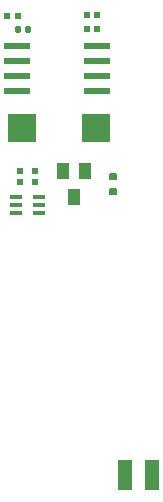
<source format=gbr>
G04 EAGLE Gerber RS-274X export*
G75*
%MOMM*%
%FSLAX34Y34*%
%LPD*%
%INSolderpaste Bottom*%
%IPPOS*%
%AMOC8*
5,1,8,0,0,1.08239X$1,22.5*%
G01*
%ADD10R,1.270000X2.540000*%
%ADD11R,2.286000X0.609600*%
%ADD12R,0.540000X0.600000*%
%ADD13C,0.270000*%
%ADD14R,2.368000X2.403600*%
%ADD15R,1.000000X1.400000*%
%ADD16R,1.117600X0.355600*%
%ADD17R,0.600000X0.540000*%
%ADD18C,0.158750*%


D10*
X203400Y81200D03*
X180600Y81300D03*
D11*
X156972Y444500D03*
X89408Y444500D03*
X156972Y431800D03*
X156972Y419100D03*
X89408Y431800D03*
X89408Y419100D03*
X156972Y406400D03*
X89408Y406400D03*
D12*
X148299Y458470D03*
X156939Y458470D03*
D13*
X99650Y460120D02*
X96950Y460120D01*
X99650Y460120D02*
X99650Y456820D01*
X96950Y456820D01*
X96950Y460120D01*
X96950Y459385D02*
X99650Y459385D01*
X91010Y460120D02*
X88310Y460120D01*
X91010Y460120D02*
X91010Y456820D01*
X88310Y456820D01*
X88310Y460120D01*
X88310Y459385D02*
X91010Y459385D01*
D12*
X89566Y469824D03*
X80926Y469824D03*
X156720Y470295D03*
X148080Y470295D03*
D14*
X155672Y374650D03*
X93248Y374650D03*
D15*
X137160Y316660D03*
X146660Y338660D03*
X127660Y338660D03*
D16*
X88138Y303276D03*
X88138Y309880D03*
X88138Y316484D03*
X107442Y316484D03*
X107442Y309880D03*
X107442Y303276D03*
D17*
X104140Y329690D03*
X104140Y338330D03*
X91440Y329690D03*
X91440Y338330D03*
D18*
X172561Y323691D02*
X172561Y318929D01*
X167799Y318929D01*
X167799Y323691D01*
X172561Y323691D01*
X172561Y320438D02*
X167799Y320438D01*
X167799Y321947D02*
X172561Y321947D01*
X172561Y323456D02*
X167799Y323456D01*
X172561Y331629D02*
X172561Y336391D01*
X172561Y331629D02*
X167799Y331629D01*
X167799Y336391D01*
X172561Y336391D01*
X172561Y333138D02*
X167799Y333138D01*
X167799Y334647D02*
X172561Y334647D01*
X172561Y336156D02*
X167799Y336156D01*
M02*

</source>
